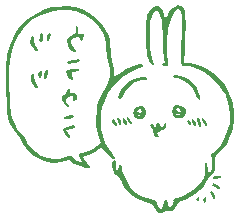
<source format=gbr>
%TF.GenerationSoftware,KiCad,Pcbnew,8.0.6-8.0.6-0~ubuntu22.04.1*%
%TF.CreationDate,2024-11-25T01:07:46+09:00*%
%TF.ProjectId,Cduino,43647569-6e6f-42e6-9b69-6361645f7063,rev?*%
%TF.SameCoordinates,Original*%
%TF.FileFunction,Legend,Bot*%
%TF.FilePolarity,Positive*%
%FSLAX46Y46*%
G04 Gerber Fmt 4.6, Leading zero omitted, Abs format (unit mm)*
G04 Created by KiCad (PCBNEW 8.0.6-8.0.6-0~ubuntu22.04.1) date 2024-11-25 01:07:46*
%MOMM*%
%LPD*%
G01*
G04 APERTURE LIST*
%ADD10C,0.000000*%
G04 APERTURE END LIST*
D10*
%TO.C,G\u002A\u002A\u002A*%
G36*
X142579791Y-37053301D02*
G01*
X142804640Y-37245334D01*
X142869761Y-37350248D01*
X142921993Y-37499632D01*
X142954787Y-37713197D01*
X142973215Y-38025975D01*
X142982347Y-38473001D01*
X142981612Y-38943794D01*
X142970552Y-39526150D01*
X142950930Y-40131023D01*
X142924690Y-40683924D01*
X142855238Y-41890424D01*
X143094023Y-41891429D01*
X143264797Y-41901612D01*
X143742985Y-41997735D01*
X144273120Y-42179115D01*
X144802929Y-42425976D01*
X145280142Y-42718542D01*
X145312702Y-42741854D01*
X145726033Y-43067382D01*
X146055413Y-43401229D01*
X146329567Y-43782935D01*
X146577216Y-44252043D01*
X146827085Y-44848092D01*
X146895349Y-45033886D01*
X146971025Y-45296278D01*
X147016818Y-45573402D01*
X147040179Y-45916735D01*
X147048562Y-46377757D01*
X147049297Y-46535644D01*
X147045117Y-46928701D01*
X147024525Y-47222824D01*
X146978895Y-47471088D01*
X146899600Y-47726572D01*
X146778015Y-48042351D01*
X146766494Y-48070937D01*
X146454530Y-48721187D01*
X146111618Y-49211708D01*
X145740412Y-49538673D01*
X145697154Y-49566626D01*
X145585364Y-49658063D01*
X145526523Y-49774314D01*
X145505311Y-49963504D01*
X145506407Y-50273758D01*
X145502180Y-50560738D01*
X145438727Y-50999913D01*
X145303074Y-51289238D01*
X145095930Y-51426724D01*
X144940936Y-51512268D01*
X144839974Y-51732430D01*
X144734014Y-51983758D01*
X144500258Y-52299768D01*
X144174631Y-52633676D01*
X143789597Y-52958313D01*
X143377621Y-53246508D01*
X142971165Y-53471090D01*
X142602693Y-53604891D01*
X142442031Y-53683737D01*
X142277457Y-53905893D01*
X142103642Y-54205832D01*
X141848348Y-54393801D01*
X141509493Y-54443449D01*
X141446120Y-54442395D01*
X141237511Y-54462163D01*
X141128650Y-54510330D01*
X141110236Y-54532285D01*
X140957694Y-54585494D01*
X140746593Y-54568420D01*
X140553303Y-54484492D01*
X140435533Y-54342394D01*
X140340993Y-54124659D01*
X140330573Y-54087876D01*
X140256825Y-53940438D01*
X140115282Y-53845655D01*
X139855847Y-53766546D01*
X139386307Y-53615124D01*
X138758768Y-53296061D01*
X138214272Y-52878283D01*
X137780644Y-52384440D01*
X137485707Y-51837180D01*
X137432756Y-51714089D01*
X137323148Y-51530143D01*
X137231451Y-51457757D01*
X137222694Y-51457110D01*
X137094272Y-51384968D01*
X136942762Y-51229767D01*
X136893871Y-51152670D01*
X136814172Y-50922403D01*
X136778879Y-50656916D01*
X136788095Y-50405839D01*
X136841926Y-50218799D01*
X136940475Y-50145424D01*
X136975992Y-50151695D01*
X137050040Y-50253870D01*
X137080906Y-50498951D01*
X137084882Y-50566263D01*
X137123352Y-50824816D01*
X137184165Y-51006951D01*
X137234439Y-51081148D01*
X137267342Y-51061346D01*
X137276568Y-50891254D01*
X137276650Y-50885136D01*
X137306763Y-50680915D01*
X137373275Y-50562907D01*
X137479367Y-50565922D01*
X137575111Y-50687234D01*
X137616512Y-50883081D01*
X137637640Y-51036828D01*
X137737496Y-51353022D01*
X137897776Y-51718993D01*
X138094464Y-52082082D01*
X138303545Y-52389628D01*
X138457344Y-52572742D01*
X138810691Y-52905079D01*
X139218137Y-53160636D01*
X139717928Y-53360676D01*
X140348309Y-53526462D01*
X140515284Y-53597937D01*
X140581142Y-53750936D01*
X140581192Y-53758512D01*
X140627648Y-53992811D01*
X140737409Y-54177089D01*
X140875458Y-54251757D01*
X140996946Y-54211634D01*
X141098037Y-54051525D01*
X141170380Y-53746633D01*
X141173837Y-53726487D01*
X141250390Y-53505508D01*
X141349076Y-53439374D01*
X141435732Y-53526155D01*
X141476193Y-53763919D01*
X141487083Y-53952781D01*
X141536666Y-54114897D01*
X141638666Y-54126916D01*
X141807451Y-53999033D01*
X141952439Y-53812751D01*
X141969351Y-53611875D01*
X141955013Y-53517286D01*
X142008652Y-53422371D01*
X142192000Y-53362276D01*
X142221444Y-53355606D01*
X142788762Y-53158207D01*
X143355853Y-52844752D01*
X143856383Y-52451540D01*
X144130403Y-52180237D01*
X144371091Y-51888745D01*
X144514792Y-51610945D01*
X144584341Y-51299589D01*
X144602570Y-50907424D01*
X144604490Y-50722214D01*
X144621242Y-50475096D01*
X144660787Y-50349654D01*
X144729809Y-50314757D01*
X144747871Y-50315837D01*
X144824937Y-50386118D01*
X144830714Y-50586281D01*
X144840537Y-50824885D01*
X144905359Y-51046040D01*
X144964845Y-51149343D01*
X145030086Y-51181414D01*
X145121954Y-51075834D01*
X145125743Y-51070419D01*
X145190570Y-50882541D01*
X145227800Y-50594539D01*
X145235720Y-50270556D01*
X145212616Y-49974735D01*
X145156779Y-49771219D01*
X145135483Y-49724668D01*
X145146959Y-49609869D01*
X145296194Y-49501833D01*
X145325969Y-49485224D01*
X145654632Y-49217917D01*
X145974760Y-48816348D01*
X146267650Y-48312273D01*
X146514596Y-47737448D01*
X146696898Y-47123628D01*
X146698858Y-47114973D01*
X146738950Y-46733153D01*
X146724532Y-46250469D01*
X146662101Y-45722407D01*
X146558155Y-45204450D01*
X146419190Y-44752081D01*
X146370097Y-44635426D01*
X146103587Y-44164462D01*
X145739125Y-43680740D01*
X145318408Y-43235118D01*
X144883131Y-42878457D01*
X144671582Y-42744080D01*
X144224891Y-42511877D01*
X143755556Y-42321135D01*
X143316242Y-42191951D01*
X142959614Y-42144424D01*
X142636456Y-42144424D01*
X142589969Y-41699924D01*
X142579433Y-41536232D01*
X142575127Y-41183037D01*
X142584574Y-40759195D01*
X142607038Y-40324091D01*
X142645045Y-39665826D01*
X142667037Y-38969382D01*
X142664043Y-38383594D01*
X142636543Y-37922738D01*
X142585017Y-37601087D01*
X142509944Y-37432916D01*
X142416848Y-37350477D01*
X142321526Y-37342956D01*
X142183435Y-37451083D01*
X141980271Y-37694490D01*
X141750099Y-38149340D01*
X141553328Y-38762835D01*
X141550699Y-38773030D01*
X141494935Y-39033596D01*
X141458066Y-39324560D01*
X141438109Y-39680566D01*
X141433084Y-40136260D01*
X141441008Y-40726286D01*
X141470142Y-42144481D01*
X141242306Y-42144453D01*
X141111657Y-42131056D01*
X140978101Y-42069324D01*
X140957721Y-41987323D01*
X141075302Y-41918575D01*
X141125002Y-41903390D01*
X141204832Y-41828580D01*
X141170725Y-41670646D01*
X141148342Y-41559339D01*
X141120463Y-41295350D01*
X141093929Y-40920268D01*
X141070933Y-40466044D01*
X141053668Y-39964629D01*
X141035199Y-39428880D01*
X140997765Y-38804658D01*
X140946815Y-38339339D01*
X140881830Y-38027069D01*
X140840862Y-37900482D01*
X140700409Y-37586566D01*
X140555365Y-37441901D01*
X140406357Y-37466489D01*
X140254010Y-37660335D01*
X140098949Y-38023440D01*
X140076424Y-38095486D01*
X140003000Y-38477623D01*
X139957938Y-38970244D01*
X139940710Y-39528150D01*
X139950790Y-40106140D01*
X139987650Y-40659017D01*
X140050762Y-41141580D01*
X140139601Y-41508631D01*
X140218038Y-41754930D01*
X140269835Y-41961560D01*
X140274485Y-42055970D01*
X140179415Y-42068775D01*
X140048261Y-41951996D01*
X139908928Y-41725314D01*
X139782423Y-41416049D01*
X139751321Y-41305915D01*
X139686926Y-40944891D01*
X139640309Y-40486999D01*
X139611791Y-39970099D01*
X139601694Y-39432050D01*
X139610340Y-38910711D01*
X139638048Y-38443940D01*
X139685141Y-38069596D01*
X139751941Y-37825538D01*
X139864666Y-37615976D01*
X140075574Y-37333623D01*
X140297948Y-37137740D01*
X140496475Y-37064424D01*
X140645780Y-37104362D01*
X140860709Y-37273909D01*
X141051401Y-37539308D01*
X141182843Y-37859976D01*
X141276360Y-38207268D01*
X141475237Y-37815943D01*
X141515167Y-37740228D01*
X141770076Y-37365703D01*
X142044494Y-37121218D01*
X142320404Y-37014507D01*
X142579791Y-37053301D01*
G37*
G36*
X144672108Y-53254165D02*
G01*
X144727743Y-53381856D01*
X144678417Y-53609832D01*
X144660549Y-53651240D01*
X144575952Y-53740755D01*
X144505353Y-53681583D01*
X144475809Y-53489757D01*
X144501983Y-53311485D01*
X144602809Y-53235757D01*
X144672108Y-53254165D01*
G37*
G36*
X144088716Y-53264189D02*
G01*
X144137682Y-53382376D01*
X144080698Y-53517979D01*
X144030930Y-53557390D01*
X143925513Y-53552590D01*
X143883142Y-53405091D01*
X143906714Y-53306343D01*
X144010142Y-53235757D01*
X144088716Y-53264189D01*
G37*
G36*
X145262978Y-52835278D02*
G01*
X145376494Y-52999560D01*
X145449349Y-53188588D01*
X145445554Y-53326768D01*
X145440066Y-53335500D01*
X145375778Y-53396412D01*
X145305001Y-53343280D01*
X145197650Y-53155295D01*
X145092618Y-52917020D01*
X145083756Y-52782672D01*
X145184007Y-52777405D01*
X145262978Y-52835278D01*
G37*
G36*
X145482700Y-52116659D02*
G01*
X145677646Y-52202707D01*
X145844443Y-52318164D01*
X145915142Y-52427337D01*
X145914085Y-52455929D01*
X145868522Y-52544251D01*
X145738223Y-52529355D01*
X145499205Y-52410257D01*
X145326096Y-52298417D01*
X145242679Y-52190333D01*
X145302148Y-52105321D01*
X145327553Y-52095715D01*
X145482700Y-52116659D01*
G37*
G36*
X145841520Y-51448234D02*
G01*
X145962268Y-51503535D01*
X145976541Y-51583704D01*
X145856328Y-51652492D01*
X145832107Y-51658570D01*
X145582327Y-51697822D01*
X145395775Y-51688358D01*
X145322475Y-51632087D01*
X145340987Y-51560464D01*
X145452212Y-51490298D01*
X145696088Y-51445106D01*
X145841520Y-51448234D01*
G37*
G36*
X136919291Y-42459680D02*
G01*
X136939882Y-42714214D01*
X136940475Y-43072338D01*
X137588528Y-42649285D01*
X137969757Y-42422505D01*
X138381997Y-42220596D01*
X138761389Y-42075672D01*
X139072619Y-42001075D01*
X139280373Y-42010146D01*
X139355175Y-42053924D01*
X139372678Y-42154645D01*
X139250765Y-42265113D01*
X139005386Y-42364759D01*
X138901488Y-42396494D01*
X138171313Y-42716995D01*
X137501206Y-43181721D01*
X136909702Y-43772591D01*
X136415335Y-44471528D01*
X136036638Y-45260453D01*
X135986240Y-45405099D01*
X135844358Y-46048015D01*
X135796234Y-46752924D01*
X135843012Y-47455958D01*
X135985837Y-48093248D01*
X136074461Y-48357699D01*
X136194527Y-48675838D01*
X136319423Y-48930449D01*
X136480485Y-49182114D01*
X136709047Y-49491411D01*
X136873295Y-49720449D01*
X136981051Y-49897399D01*
X137006509Y-49980613D01*
X136883350Y-49995592D01*
X136692421Y-49903329D01*
X136472096Y-49728557D01*
X136260632Y-49496126D01*
X136148023Y-49350000D01*
X136002355Y-49162690D01*
X135921574Y-49061155D01*
X135906775Y-49052080D01*
X135789728Y-49082351D01*
X135619140Y-49197751D01*
X135591518Y-49220392D01*
X135310175Y-49416800D01*
X134995665Y-49591433D01*
X134703332Y-49716553D01*
X134488515Y-49764424D01*
X134387067Y-49776632D01*
X134316125Y-49827924D01*
X134318550Y-49849106D01*
X134387599Y-50009134D01*
X134518181Y-50213788D01*
X134664800Y-50397823D01*
X134781960Y-50495992D01*
X134840003Y-50532785D01*
X134908475Y-50673990D01*
X134879120Y-50749114D01*
X134762476Y-50773003D01*
X134519803Y-50750167D01*
X134281596Y-50704375D01*
X133882244Y-50579095D01*
X133525544Y-50413979D01*
X133274611Y-50235131D01*
X133238009Y-50199694D01*
X133135583Y-50134630D01*
X133006886Y-50142582D01*
X132787849Y-50221796D01*
X132419556Y-50322688D01*
X131860187Y-50350319D01*
X131263698Y-50261133D01*
X130671451Y-50062289D01*
X130124809Y-49760945D01*
X130078252Y-49728635D01*
X129708766Y-49431576D01*
X129445183Y-49117602D01*
X129236500Y-48727372D01*
X129150048Y-48557079D01*
X128946493Y-48231941D01*
X128722157Y-47937560D01*
X128430118Y-47567190D01*
X128156524Y-47102011D01*
X127975375Y-46600115D01*
X127872527Y-46019815D01*
X127833836Y-45319424D01*
X127828702Y-45069281D01*
X127810555Y-44512397D01*
X127784616Y-43926750D01*
X127754681Y-43404129D01*
X127750703Y-43341503D01*
X127750974Y-42506687D01*
X128000781Y-42506687D01*
X128005019Y-43245091D01*
X128010533Y-43310479D01*
X128036883Y-43666617D01*
X128066921Y-44126799D01*
X128097358Y-44638724D01*
X128124901Y-45150091D01*
X128146652Y-45550227D01*
X128175915Y-45955987D01*
X128211478Y-46256856D01*
X128259473Y-46489447D01*
X128326030Y-46690376D01*
X128417280Y-46896255D01*
X128520160Y-47089998D01*
X128748905Y-47450621D01*
X128985008Y-47758297D01*
X129111667Y-47915909D01*
X129348223Y-48268868D01*
X129532132Y-48613280D01*
X129579943Y-48711773D01*
X129879042Y-49123307D01*
X130290022Y-49473668D01*
X130778255Y-49749791D01*
X131309113Y-49938609D01*
X131847968Y-50027056D01*
X132360194Y-50002065D01*
X132811161Y-49850570D01*
X133064864Y-49746485D01*
X133286895Y-49749981D01*
X133416137Y-49894145D01*
X133440088Y-49931164D01*
X133583779Y-50053838D01*
X133800311Y-50183932D01*
X133843652Y-50205988D01*
X134074255Y-50316397D01*
X134180013Y-50339132D01*
X134181973Y-50268138D01*
X134101179Y-50097360D01*
X134031139Y-49933205D01*
X133990955Y-49694284D01*
X134045155Y-49533888D01*
X134188850Y-49486095D01*
X134447406Y-49463023D01*
X134791762Y-49351602D01*
X135145912Y-49174919D01*
X135449869Y-48958091D01*
X135779596Y-48667006D01*
X135588412Y-47995567D01*
X135557014Y-47882730D01*
X135477840Y-47546718D01*
X135434938Y-47230478D01*
X135422194Y-46871292D01*
X135433494Y-46406442D01*
X135445250Y-46181343D01*
X135518250Y-45574762D01*
X135662592Y-45039969D01*
X135898009Y-44517085D01*
X136244235Y-43946226D01*
X136433823Y-43597586D01*
X136586450Y-43040471D01*
X136588858Y-42422478D01*
X136441975Y-41733239D01*
X136333232Y-41278099D01*
X136272417Y-40555945D01*
X136264389Y-40256993D01*
X136181234Y-39790726D01*
X135993551Y-39345410D01*
X135681934Y-38865494D01*
X135414349Y-38552066D01*
X134945307Y-38138037D01*
X134422753Y-37796790D01*
X133904724Y-37570611D01*
X133805622Y-37541399D01*
X133060749Y-37414555D01*
X132286122Y-37428246D01*
X131511659Y-37572223D01*
X130767277Y-37836239D01*
X130082894Y-38210044D01*
X129488428Y-38683389D01*
X129013797Y-39246028D01*
X128888244Y-39446694D01*
X128556896Y-40123863D01*
X128289810Y-40894180D01*
X128100075Y-41705753D01*
X128000781Y-42506687D01*
X127750974Y-42506687D01*
X127751063Y-42233295D01*
X127894282Y-41201419D01*
X128184639Y-40225660D01*
X128626412Y-39285805D01*
X129042037Y-38704838D01*
X129605979Y-38177774D01*
X130297428Y-37723783D01*
X131098475Y-37356842D01*
X131363140Y-37262802D01*
X131634785Y-37187491D01*
X131913250Y-37143284D01*
X132252660Y-37122068D01*
X132707142Y-37115729D01*
X133125763Y-37118155D01*
X133460061Y-37133895D01*
X133719432Y-37170149D01*
X133952833Y-37233982D01*
X134209225Y-37332458D01*
X134800628Y-37643642D01*
X135430556Y-38132500D01*
X135975890Y-38732449D01*
X136404809Y-39413330D01*
X136498312Y-39626885D01*
X136578645Y-39958690D01*
X136601809Y-40375410D01*
X136602021Y-40405122D01*
X136627705Y-40787491D01*
X136687865Y-41233342D01*
X136770549Y-41652227D01*
X136788615Y-41729625D01*
X136865289Y-42109030D01*
X136913562Y-42422478D01*
X136919291Y-42459680D01*
G37*
G36*
X140748133Y-46952412D02*
G01*
X140819864Y-47119455D01*
X140831821Y-47172345D01*
X140927957Y-47292212D01*
X141055499Y-47282688D01*
X141149277Y-47139757D01*
X141151197Y-47132585D01*
X141228245Y-46988850D01*
X141307021Y-47001646D01*
X141343142Y-47165157D01*
X141326475Y-47295165D01*
X141203229Y-47489967D01*
X140987542Y-47563091D01*
X140905310Y-47575656D01*
X140835142Y-47642052D01*
X140795976Y-47703144D01*
X140652017Y-47779134D01*
X140584858Y-47801940D01*
X140523217Y-47850325D01*
X140609684Y-47916047D01*
X140685651Y-47971364D01*
X140750475Y-48075298D01*
X140742375Y-48105780D01*
X140642257Y-48152146D01*
X140485168Y-48133673D01*
X140344075Y-48054157D01*
X140283028Y-47952554D01*
X140242475Y-47751776D01*
X140217761Y-47608407D01*
X140115475Y-47423995D01*
X140044230Y-47331783D01*
X139988475Y-47176043D01*
X139989659Y-47156437D01*
X140057719Y-47066438D01*
X140177099Y-47075518D01*
X140273093Y-47182091D01*
X140281184Y-47201737D01*
X140372556Y-47304369D01*
X140458437Y-47261786D01*
X140496475Y-47091216D01*
X140531168Y-46952495D01*
X140633199Y-46895125D01*
X140748133Y-46952412D01*
G37*
G36*
X144115916Y-46596945D02*
G01*
X144203177Y-46755468D01*
X144275999Y-46959630D01*
X144306475Y-47143741D01*
X144294119Y-47256221D01*
X144235496Y-47301669D01*
X144142808Y-47204927D01*
X144031855Y-46975665D01*
X143956123Y-46744122D01*
X143956998Y-46593111D01*
X144052996Y-46547091D01*
X144115916Y-46596945D01*
G37*
G36*
X144489004Y-46560693D02*
G01*
X144633599Y-46758207D01*
X144674708Y-46829975D01*
X144774536Y-47027012D01*
X144814475Y-47144597D01*
X144808206Y-47192988D01*
X144741968Y-47222403D01*
X144622122Y-47126985D01*
X144471978Y-46921893D01*
X144463929Y-46908759D01*
X144352253Y-46670296D01*
X144368863Y-46535503D01*
X144384151Y-46523995D01*
X144489004Y-46560693D01*
G37*
G36*
X143618214Y-46680649D02*
G01*
X143737046Y-46812588D01*
X143839530Y-46972517D01*
X143883142Y-47106804D01*
X143872698Y-47157022D01*
X143774704Y-47224424D01*
X143747172Y-47216435D01*
X143648838Y-47108980D01*
X143555856Y-46930300D01*
X143499465Y-46749914D01*
X143510903Y-46637340D01*
X143525560Y-46630332D01*
X143618214Y-46680649D01*
G37*
G36*
X143279405Y-46727032D02*
G01*
X143375873Y-46840154D01*
X143425800Y-47013510D01*
X143400468Y-47167277D01*
X143348467Y-47184442D01*
X143251036Y-47110083D01*
X143160831Y-46973450D01*
X143121142Y-46827242D01*
X143132334Y-46780105D01*
X143238267Y-46716424D01*
X143279405Y-46727032D01*
G37*
G36*
X136913332Y-46658932D02*
G01*
X137037181Y-46788322D01*
X137147067Y-46963576D01*
X137194475Y-47116263D01*
X137146124Y-47212858D01*
X137027806Y-47198788D01*
X136889002Y-47076257D01*
X136856797Y-47028381D01*
X136786595Y-46849754D01*
X136782883Y-46696686D01*
X136851008Y-46631757D01*
X136913332Y-46658932D01*
G37*
G36*
X137782740Y-46533885D02*
G01*
X137906937Y-46702491D01*
X137916708Y-46721621D01*
X138004912Y-46920245D01*
X138041142Y-47050886D01*
X138016079Y-47130248D01*
X137923802Y-47136708D01*
X137804118Y-47046411D01*
X137700524Y-46881047D01*
X137676877Y-46818300D01*
X137641613Y-46614364D01*
X137685600Y-46512034D01*
X137782740Y-46533885D01*
G37*
G36*
X137396344Y-46643461D02*
G01*
X137486198Y-46808999D01*
X137533142Y-46989263D01*
X137527219Y-47061241D01*
X137469422Y-47134604D01*
X137367179Y-47068009D01*
X137241704Y-46870130D01*
X137233497Y-46853313D01*
X137167151Y-46646419D01*
X137184673Y-46524162D01*
X137267319Y-46514018D01*
X137396344Y-46643461D01*
G37*
G36*
X138183215Y-46575015D02*
G01*
X138310343Y-46716024D01*
X138403302Y-46870149D01*
X138415992Y-46980375D01*
X138346819Y-47046492D01*
X138225056Y-47007791D01*
X138085960Y-46805895D01*
X138077557Y-46789239D01*
X138015749Y-46608584D01*
X138034673Y-46508755D01*
X138068016Y-46504141D01*
X138183215Y-46575015D01*
G37*
G36*
X142998641Y-46106851D02*
G01*
X142924012Y-46285314D01*
X142917887Y-46293091D01*
X142764952Y-46487262D01*
X142696090Y-46533580D01*
X142439686Y-46594524D01*
X142167687Y-46545766D01*
X141956975Y-46395991D01*
X141905492Y-46304375D01*
X141891209Y-46231331D01*
X142207983Y-46231331D01*
X142274475Y-46293091D01*
X142320970Y-46321444D01*
X142475176Y-46371873D01*
X142528475Y-46293091D01*
X142486627Y-46240579D01*
X142337975Y-46209720D01*
X142292075Y-46210662D01*
X142207983Y-46231331D01*
X141891209Y-46231331D01*
X141855643Y-46049452D01*
X141882811Y-45779767D01*
X141886355Y-45772766D01*
X142198466Y-45772766D01*
X142213871Y-45892032D01*
X142323734Y-45987699D01*
X142406643Y-46018762D01*
X142492978Y-46032435D01*
X142555963Y-45983381D01*
X142567432Y-45967388D01*
X142548276Y-45860096D01*
X142443192Y-45750597D01*
X142306442Y-45700424D01*
X142281878Y-45702331D01*
X142198466Y-45772766D01*
X141886355Y-45772766D01*
X141984190Y-45579471D01*
X142113779Y-45490219D01*
X142361678Y-45448146D01*
X142618561Y-45511880D01*
X142839980Y-45658313D01*
X142981489Y-45864339D01*
X142988777Y-45967388D01*
X142998641Y-46106851D01*
G37*
G36*
X139638516Y-46231318D02*
G01*
X139574906Y-46352587D01*
X139509687Y-46476924D01*
X139484254Y-46502054D01*
X139276948Y-46607048D01*
X139022228Y-46635914D01*
X138786655Y-46589335D01*
X138636788Y-46467990D01*
X138587746Y-46358297D01*
X138586773Y-46351083D01*
X138936947Y-46351083D01*
X139057142Y-46364389D01*
X139173612Y-46352587D01*
X139162975Y-46321684D01*
X139124651Y-46310501D01*
X138951309Y-46321684D01*
X138936947Y-46351083D01*
X138586773Y-46351083D01*
X138546501Y-46052356D01*
X138572662Y-45975635D01*
X138908951Y-45975635D01*
X138993807Y-46074126D01*
X139146753Y-46106779D01*
X139270471Y-46036401D01*
X139287600Y-45985506D01*
X139241723Y-45851138D01*
X139203192Y-45823057D01*
X139061859Y-45805808D01*
X138938835Y-45865999D01*
X138908951Y-45975635D01*
X138572662Y-45975635D01*
X138636766Y-45787636D01*
X138838788Y-45601445D01*
X139132814Y-45531091D01*
X139329363Y-45571939D01*
X139529412Y-45731286D01*
X139638778Y-45966926D01*
X139638760Y-45985506D01*
X139638516Y-46231318D01*
G37*
G36*
X142518165Y-42963646D02*
G01*
X142847044Y-43091697D01*
X143184899Y-43279867D01*
X143495691Y-43511806D01*
X143743381Y-43771167D01*
X143756638Y-43788890D01*
X143919591Y-44054796D01*
X144069464Y-44372525D01*
X144179216Y-44677897D01*
X144221809Y-44906735D01*
X144218386Y-44959309D01*
X144167628Y-45035565D01*
X144074234Y-44985649D01*
X143961585Y-44829761D01*
X143853062Y-44588105D01*
X143806904Y-44472635D01*
X143568816Y-44066864D01*
X143246637Y-43699316D01*
X142882188Y-43411985D01*
X142517292Y-43246862D01*
X142329842Y-43198321D01*
X142092627Y-43131138D01*
X141976929Y-43081879D01*
X141954777Y-43036136D01*
X141998198Y-42979501D01*
X142031496Y-42953292D01*
X142234302Y-42912061D01*
X142518165Y-42963646D01*
G37*
G36*
X139564576Y-43117911D02*
G01*
X139693665Y-43194547D01*
X139738357Y-43285291D01*
X139670975Y-43334755D01*
X139663549Y-43335338D01*
X139527449Y-43345993D01*
X139311142Y-43362900D01*
X139180288Y-43379536D01*
X138712282Y-43536367D01*
X138273415Y-43822235D01*
X137902940Y-44206687D01*
X137640113Y-44659270D01*
X137550850Y-44844445D01*
X137437870Y-44975209D01*
X137349867Y-44948934D01*
X137297008Y-44762561D01*
X137309088Y-44624556D01*
X137417809Y-44351090D01*
X137610071Y-44044191D01*
X137856552Y-43748158D01*
X138127928Y-43507289D01*
X138276761Y-43414015D01*
X138611825Y-43263435D01*
X138977005Y-43153360D01*
X139314016Y-43099586D01*
X139564576Y-43117911D01*
G37*
G36*
X133555762Y-47183298D02*
G01*
X133579819Y-47199373D01*
X133633273Y-47292784D01*
X133525376Y-47382049D01*
X133252152Y-47470932D01*
X132865828Y-47568210D01*
X133039363Y-47848994D01*
X133072710Y-47905837D01*
X133152879Y-48085381D01*
X133157576Y-48185102D01*
X133115447Y-48219372D01*
X133027342Y-48223246D01*
X132914911Y-48119424D01*
X132749971Y-47887319D01*
X132645664Y-47725986D01*
X132574499Y-47582935D01*
X132586136Y-47496968D01*
X132672604Y-47419921D01*
X132716587Y-47391008D01*
X132931469Y-47291409D01*
X133185787Y-47212116D01*
X133415299Y-47170342D01*
X133555762Y-47183298D01*
G37*
G36*
X133574813Y-46364894D02*
G01*
X133618508Y-46432131D01*
X133546800Y-46495274D01*
X133495056Y-46511949D01*
X133299809Y-46576032D01*
X133193971Y-46601252D01*
X132983867Y-46622156D01*
X132773079Y-46620456D01*
X132617965Y-46597741D01*
X132574884Y-46555598D01*
X132585938Y-46541599D01*
X132728522Y-46462319D01*
X132960978Y-46393131D01*
X133221030Y-46345913D01*
X133446401Y-46332542D01*
X133574813Y-46364894D01*
G37*
G36*
X133150543Y-44021982D02*
G01*
X133198200Y-44224640D01*
X133221784Y-44372996D01*
X133296476Y-44454906D01*
X133472391Y-44448007D01*
X133531547Y-44442176D01*
X133725678Y-44492220D01*
X133802474Y-44657725D01*
X133755130Y-44927164D01*
X133677163Y-45075804D01*
X133562990Y-45151971D01*
X133474329Y-45097411D01*
X133454459Y-44914017D01*
X133462914Y-44774452D01*
X133410199Y-44709657D01*
X133242793Y-44735191D01*
X133057143Y-44793330D01*
X132906383Y-44868545D01*
X132845861Y-45007226D01*
X132885922Y-45198411D01*
X133012625Y-45369351D01*
X133072741Y-45429706D01*
X133130475Y-45541457D01*
X133128885Y-45559092D01*
X133056417Y-45614780D01*
X132918385Y-45580232D01*
X132773477Y-45467591D01*
X132658807Y-45317796D01*
X132525810Y-45054663D01*
X132486022Y-44824609D01*
X132542403Y-44661638D01*
X132697915Y-44599757D01*
X132703517Y-44599653D01*
X132831525Y-44519298D01*
X132925043Y-44282257D01*
X132988157Y-44090962D01*
X133074679Y-43978656D01*
X133150543Y-44021982D01*
G37*
G36*
X130132654Y-42797276D02*
G01*
X130167142Y-42995180D01*
X130171409Y-43061527D01*
X130230353Y-43326754D01*
X130336475Y-43603750D01*
X130387751Y-43711124D01*
X130472382Y-43895755D01*
X130505809Y-43980660D01*
X130493812Y-43992090D01*
X130384574Y-44007091D01*
X130307251Y-43977563D01*
X130155362Y-43836536D01*
X130001526Y-43624517D01*
X129886888Y-43392331D01*
X129859994Y-43208523D01*
X129886858Y-42989469D01*
X129955793Y-42810898D01*
X130050725Y-42737091D01*
X130132654Y-42797276D01*
G37*
G36*
X133934101Y-42408476D02*
G01*
X133962401Y-42452127D01*
X133920824Y-42547522D01*
X133762238Y-42620959D01*
X133522767Y-42651127D01*
X133448531Y-42653638D01*
X133327718Y-42692988D01*
X133326732Y-42800591D01*
X133363513Y-42918634D01*
X133431148Y-43139257D01*
X133448218Y-43282442D01*
X133363532Y-43329757D01*
X133332998Y-43323817D01*
X133201341Y-43229049D01*
X133052315Y-43056888D01*
X132919975Y-42856836D01*
X132838377Y-42678394D01*
X132841576Y-42571064D01*
X132875384Y-42546871D01*
X133055349Y-42479551D01*
X133310781Y-42423185D01*
X133582103Y-42386639D01*
X133809736Y-42378781D01*
X133934101Y-42408476D01*
G37*
G36*
X131291258Y-42496563D02*
G01*
X131327330Y-42587991D01*
X131302859Y-42800591D01*
X131293590Y-42850200D01*
X131246016Y-43064219D01*
X131206597Y-43186060D01*
X131201374Y-43194499D01*
X131109676Y-43235100D01*
X131021675Y-43163818D01*
X130995025Y-43024640D01*
X131005273Y-42957249D01*
X131064024Y-42674271D01*
X131134982Y-42525997D01*
X131230925Y-42483091D01*
X131291258Y-42496563D01*
G37*
G36*
X130802881Y-42609689D02*
G01*
X130813173Y-42758257D01*
X130782813Y-42891252D01*
X130760965Y-43054591D01*
X130745974Y-43103482D01*
X130632809Y-43160424D01*
X130538733Y-43101200D01*
X130507049Y-42931995D01*
X130557201Y-42701682D01*
X130598311Y-42627425D01*
X130710171Y-42561417D01*
X130802881Y-42609689D01*
G37*
G36*
X133999918Y-41625333D02*
G01*
X134023239Y-41707692D01*
X133896504Y-41803296D01*
X133603533Y-41895268D01*
X133390293Y-41938484D01*
X133116796Y-41965114D01*
X132941124Y-41943561D01*
X132895806Y-41874767D01*
X132950877Y-41822296D01*
X133133473Y-41743656D01*
X133386976Y-41671694D01*
X133654086Y-41619356D01*
X133877501Y-41599587D01*
X133999918Y-41625333D01*
G37*
G36*
X133869475Y-38864712D02*
G01*
X133892475Y-39096424D01*
X133892876Y-39169146D01*
X133911208Y-39349244D01*
X133983609Y-39421717D01*
X134146475Y-39435091D01*
X134226777Y-39436986D01*
X134363336Y-39473528D01*
X134388006Y-39585561D01*
X134317904Y-39810579D01*
X134287272Y-39880440D01*
X134185450Y-40008060D01*
X134098578Y-40001456D01*
X134061809Y-39854587D01*
X134061809Y-39853888D01*
X134042034Y-39744650D01*
X133951776Y-39711941D01*
X133744309Y-39738707D01*
X133693929Y-39748102D01*
X133481919Y-39794670D01*
X133363309Y-39832207D01*
X133300625Y-39945648D01*
X133308764Y-40152537D01*
X133382756Y-40391658D01*
X133511475Y-40604983D01*
X133550607Y-40652373D01*
X133673584Y-40816037D01*
X133723142Y-40907813D01*
X133688997Y-40963475D01*
X133564664Y-40949728D01*
X133389608Y-40854746D01*
X133206778Y-40696137D01*
X133125104Y-40602182D01*
X132995719Y-40365565D01*
X132961142Y-40067703D01*
X132962188Y-39959541D01*
X132987751Y-39776146D01*
X133079372Y-39676351D01*
X133278642Y-39598721D01*
X133553635Y-39481091D01*
X133680431Y-39345611D01*
X133676956Y-39171851D01*
X133663669Y-39095830D01*
X133687947Y-38896685D01*
X133733542Y-38804656D01*
X133811155Y-38762240D01*
X133869475Y-38864712D01*
G37*
G36*
X130087009Y-39614586D02*
G01*
X130148396Y-39725832D01*
X130167142Y-39978928D01*
X130167405Y-40010932D01*
X130218206Y-40336773D01*
X130376448Y-40602178D01*
X130415949Y-40651264D01*
X130518565Y-40812099D01*
X130533972Y-40902705D01*
X130468549Y-40925580D01*
X130328474Y-40861486D01*
X130104938Y-40678954D01*
X130022154Y-40585242D01*
X129906518Y-40354884D01*
X129848538Y-40095597D01*
X129850746Y-39853407D01*
X129915672Y-39674341D01*
X130045848Y-39604424D01*
X130087009Y-39614586D01*
G37*
G36*
X131519722Y-39399137D02*
G01*
X131556388Y-39534101D01*
X131504870Y-39799175D01*
X131418959Y-39999382D01*
X131325132Y-40075873D01*
X131259961Y-39996850D01*
X131249672Y-39765748D01*
X131255092Y-39712801D01*
X131313485Y-39474882D01*
X131406988Y-39363140D01*
X131519722Y-39399137D01*
G37*
G36*
X130838843Y-39389276D02*
G01*
X130846245Y-39394435D01*
X130913100Y-39532176D01*
X130925240Y-39751662D01*
X130877750Y-39978499D01*
X130836747Y-40043717D01*
X130700975Y-40112424D01*
X130634803Y-40090594D01*
X130608500Y-39983797D01*
X130635039Y-39752591D01*
X130670606Y-39549469D01*
X130711406Y-39397878D01*
X130761227Y-39355636D01*
X130838843Y-39389276D01*
G37*
%TD*%
M02*

</source>
